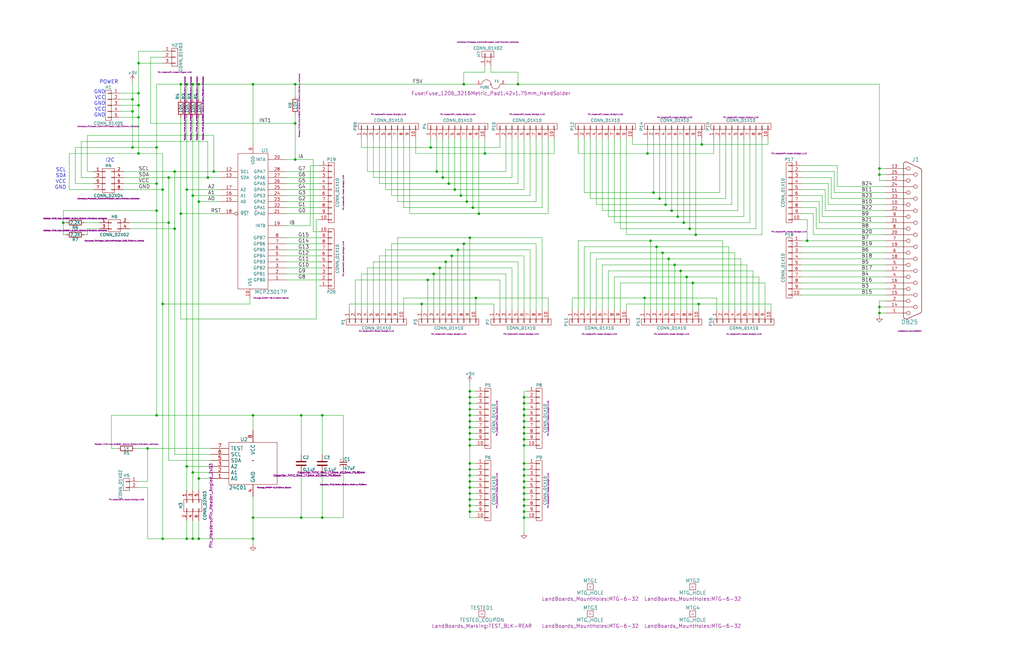
<source format=kicad_sch>
(kicad_sch (version 20211123) (generator eeschema)
  (paper "B")
  (title_block (title "16-CHANNEL DIGITAL I/O (PROTO16-I2C)") (date "2022-06-02") (rev "3") (company "land-boards.com"))
  (junction (at 198.12 187.96))
  (junction (at 135.89 175.26))
  (junction (at 195.58 35.56))
  (junction (at 273.05 64.77))
  (junction (at 198.12 167.64))
  (junction (at 181.61 62.23))
  (junction (at 198.12 185.42))
  (junction (at 106.68 218.44))
  (junction (at 198.12 177.8))
  (junction (at 58.42 64.77))
  (junction (at 55.88 41.91))
  (junction (at 198.12 182.88))
  (junction (at 73.66 72.39))
  (junction (at 78.74 35.56))
  (junction (at 275.59 81.28))
  (junction (at 180.34 118.11))
  (junction (at 220.98 203.2))
  (junction (at 279.4 106.68))
  (junction (at 278.13 83.82))
  (junction (at 198.12 200.66))
  (junction (at 83.82 35.56))
  (junction (at 220.98 175.26))
  (junction (at 189.23 77.47))
  (junction (at 81.28 35.56))
  (junction (at 55.88 46.99))
  (junction (at 220.98 200.66))
  (junction (at 68.58 227.33))
  (junction (at 220.98 205.74))
  (junction (at 58.42 39.37))
  (junction (at 220.98 185.42))
  (junction (at 198.12 205.74))
  (junction (at 62.23 189.23))
  (junction (at 220.98 167.64))
  (junction (at 78.74 80.01))
  (junction (at 370.84 73.66))
  (junction (at 184.15 72.39))
  (junction (at 274.32 101.6))
  (junction (at 68.58 80.01))
  (junction (at 220.98 180.34))
  (junction (at 220.98 172.72))
  (junction (at 200.66 125.73))
  (junction (at 185.42 113.03))
  (junction (at 220.98 210.82))
  (junction (at 83.82 227.33))
  (junction (at 220.98 218.44))
  (junction (at 66.04 175.26))
  (junction (at 218.44 35.56))
  (junction (at 195.58 102.87))
  (junction (at 198.12 172.72))
  (junction (at 196.85 85.09))
  (junction (at 191.77 80.01))
  (junction (at 198.12 175.26))
  (junction (at 220.98 215.9))
  (junction (at 81.28 227.33))
  (junction (at 106.68 175.26))
  (junction (at 106.68 227.33))
  (junction (at 81.28 82.55))
  (junction (at 124.46 52.07))
  (junction (at 204.47 64.77))
  (junction (at 190.5 107.95))
  (junction (at 177.8 128.27))
  (junction (at 293.37 99.06))
  (junction (at 294.64 128.27))
  (junction (at 295.91 60.96))
  (junction (at 73.66 96.52))
  (junction (at 220.98 170.18))
  (junction (at 187.96 110.49))
  (junction (at 106.68 35.56))
  (junction (at 370.84 132.08))
  (junction (at 58.42 44.45))
  (junction (at 66.04 62.23))
  (junction (at 288.29 93.98))
  (junction (at 71.12 93.98))
  (junction (at 220.98 213.36))
  (junction (at 71.12 74.93))
  (junction (at 76.2 90.17))
  (junction (at 198.12 170.18))
  (junction (at 198.12 215.9))
  (junction (at 76.2 35.56))
  (junction (at 66.04 77.47))
  (junction (at 290.83 96.52))
  (junction (at 182.88 115.57))
  (junction (at 198.12 100.33))
  (junction (at 58.42 49.53))
  (junction (at 281.94 109.22))
  (junction (at 276.86 104.14))
  (junction (at 289.56 116.84))
  (junction (at 280.67 86.36))
  (junction (at 78.74 196.85))
  (junction (at 283.21 88.9))
  (junction (at 90.17 72.39))
  (junction (at 193.04 105.41))
  (junction (at 201.93 90.17))
  (junction (at 198.12 195.58))
  (junction (at 220.98 182.88))
  (junction (at 78.74 227.33))
  (junction (at 220.98 177.8))
  (junction (at 198.12 210.82))
  (junction (at 55.88 62.23))
  (junction (at 135.89 218.44))
  (junction (at 370.84 71.12))
  (junction (at 127 175.26))
  (junction (at 285.75 91.44))
  (junction (at 370.84 129.54))
  (junction (at 194.31 82.55))
  (junction (at 287.02 114.3))
  (junction (at 198.12 165.1))
  (junction (at 66.04 88.9))
  (junction (at 220.98 198.12))
  (junction (at 220.98 187.96))
  (junction (at 198.12 213.36))
  (junction (at 271.78 125.73))
  (junction (at 83.82 201.93))
  (junction (at 26.67 93.98))
  (junction (at 340.36 101.6))
  (junction (at 198.12 180.34))
  (junction (at 87.63 74.93))
  (junction (at 83.82 85.09))
  (junction (at 127 218.44))
  (junction (at 68.58 128.27))
  (junction (at 284.48 111.76))
  (junction (at 220.98 195.58))
  (junction (at 220.98 208.28))
  (junction (at 292.1 119.38))
  (junction (at 199.39 87.63))
  (junction (at 198.12 203.2))
  (junction (at 198.12 198.12))
  (junction (at 124.46 67.31))
  (junction (at 186.69 74.93))
  (junction (at 124.46 35.56))
  (junction (at 81.28 199.39))
  (junction (at 198.12 208.28))
  (junction (at 58.42 26.67))
  (wire (pts (xy 167.64 58.42) (xy 167.64 85.09)))
  (wire (pts (xy 36.83 57.15) (xy 90.17 57.15)))
  (wire (pts (xy 81.28 227.33) (xy 81.28 219.71)))
  (wire (pts (xy 120.65 67.31) (xy 124.46 67.31)))
  (wire (pts (xy 228.6 87.63) (xy 228.6 58.42)))
  (wire (pts (xy 220.98 213.36) (xy 220.98 215.9)))
  (wire (pts (xy 241.3 125.73) (xy 271.78 125.73)))
  (wire (pts (xy 58.42 44.45) (xy 58.42 49.53)))
  (wire (pts (xy 210.82 62.23) (xy 210.82 58.42)))
  (wire (pts (xy 130.81 69.85) (xy 134.62 69.85)))
  (wire (pts (xy 259.08 116.84) (xy 259.08 130.81)))
  (wire (pts (xy 340.36 101.6) (xy 373.38 101.6)))
  (wire (pts (xy 160.02 58.42) (xy 160.02 77.47)))
  (wire (pts (xy 280.67 86.36) (xy 308.61 86.36)))
  (wire (pts (xy 340.36 101.6) (xy 340.36 92.71)))
  (wire (pts (xy 83.82 35.56) (xy 106.68 35.56)))
  (wire (pts (xy 76.2 49.53) (xy 76.2 90.17)))
  (wire (pts (xy 304.8 101.6) (xy 304.8 130.81)))
  (wire (pts (xy 36.83 96.52) (xy 36.83 99.06)))
  (wire (pts (xy 281.94 130.81) (xy 281.94 109.22)))
  (wire (pts (xy 293.37 99.06) (xy 321.31 99.06)))
  (wire (pts (xy 198.12 172.72) (xy 198.12 175.26)))
  (wire (pts (xy 120.65 90.17) (xy 134.62 90.17)))
  (wire (pts (xy 347.98 88.9) (xy 347.98 80.01)))
  (wire (pts (xy 226.06 102.87) (xy 226.06 130.81)))
  (wire (pts (xy 373.38 124.46) (xy 337.82 124.46)))
  (wire (pts (xy 133.35 92.71) (xy 133.35 134.62)))
  (wire (pts (xy 191.77 58.42) (xy 191.77 80.01)))
  (wire (pts (xy 120.65 118.11) (xy 134.62 118.11)))
  (wire (pts (xy 36.83 99.06) (xy 35.56 99.06)))
  (wire (pts (xy 220.98 165.1) (xy 222.25 165.1)))
  (wire (pts (xy 223.52 105.41) (xy 223.52 130.81)))
  (wire (pts (xy 199.39 58.42) (xy 199.39 87.63)))
  (wire (pts (xy 207.01 27.94) (xy 207.01 30.48)))
  (wire (pts (xy 207.01 30.48) (xy 218.44 30.48)))
  (wire (pts (xy 256.54 91.44) (xy 285.75 91.44)))
  (wire (pts (xy 248.92 83.82) (xy 278.13 83.82)))
  (wire (pts (xy 106.68 35.56) (xy 106.68 60.96)))
  (wire (pts (xy 198.12 185.42) (xy 198.12 187.96)))
  (wire (pts (xy 200.66 185.42) (xy 198.12 185.42)))
  (wire (pts (xy 194.31 82.55) (xy 223.52 82.55)))
  (wire (pts (xy 134.62 92.71) (xy 133.35 92.71)))
  (wire (pts (xy 254 111.76) (xy 254 130.81)))
  (wire (pts (xy 35.56 93.98) (xy 41.91 93.98)))
  (wire (pts (xy 200.66 213.36) (xy 198.12 213.36)))
  (wire (pts (xy 120.65 77.47) (xy 134.62 77.47)))
  (wire (pts (xy 162.56 58.42) (xy 162.56 80.01)))
  (wire (pts (xy 83.82 85.09) (xy 92.71 85.09)))
  (wire (pts (xy 132.08 97.79) (xy 134.62 97.79)))
  (wire (pts (xy 254 111.76) (xy 284.48 111.76)))
  (wire (pts (xy 198.12 208.28) (xy 198.12 210.82)))
  (wire (pts (xy 29.21 80.01) (xy 39.37 80.01)))
  (wire (pts (xy 124.46 35.56) (xy 124.46 40.64)))
  (wire (pts (xy 373.38 127) (xy 370.84 127)))
  (wire (pts (xy 154.94 72.39) (xy 184.15 72.39)))
  (wire (pts (xy 373.38 106.68) (xy 337.82 106.68)))
  (wire (pts (xy 90.17 57.15) (xy 90.17 72.39)))
  (wire (pts (xy 218.44 77.47) (xy 218.44 58.42)))
  (wire (pts (xy 135.89 218.44) (xy 144.78 218.44)))
  (wire (pts (xy 198.12 205.74) (xy 198.12 208.28)))
  (wire (pts (xy 259.08 116.84) (xy 289.56 116.84)))
  (wire (pts (xy 220.98 172.72) (xy 220.98 175.26)))
  (wire (pts (xy 347.98 80.01) (xy 337.82 80.01)))
  (wire (pts (xy 213.36 35.56) (xy 218.44 35.56)))
  (wire (pts (xy 276.86 130.81) (xy 276.86 104.14)))
  (wire (pts (xy 200.66 175.26) (xy 198.12 175.26)))
  (wire (pts (xy 135.89 175.26) (xy 144.78 175.26)))
  (wire (pts (xy 222.25 187.96) (xy 220.98 187.96)))
  (wire (pts (xy 204.47 30.48) (xy 195.58 30.48)))
  (wire (pts (xy 220.98 180.34) (xy 222.25 180.34)))
  (wire (pts (xy 318.77 96.52) (xy 318.77 58.42)))
  (wire (pts (xy 105.41 125.73) (xy 105.41 128.27)))
  (wire (pts (xy 292.1 130.81) (xy 292.1 119.38)))
  (wire (pts (xy 55.88 62.23) (xy 66.04 62.23)))
  (wire (pts (xy 198.12 198.12) (xy 198.12 200.66)))
  (wire (pts (xy 213.36 115.57) (xy 213.36 130.81)))
  (wire (pts (xy 198.12 218.44) (xy 200.66 218.44)))
  (wire (pts (xy 271.78 125.73) (xy 302.26 125.73)))
  (wire (pts (xy 220.98 165.1) (xy 220.98 167.64)))
  (wire (pts (xy 120.65 102.87) (xy 134.62 102.87)))
  (wire (pts (xy 196.85 85.09) (xy 226.06 85.09)))
  (wire (pts (xy 220.98 170.18) (xy 220.98 172.72)))
  (wire (pts (xy 186.69 58.42) (xy 186.69 74.93)))
  (wire (pts (xy 342.9 99.06) (xy 342.9 90.17)))
  (wire (pts (xy 78.74 35.56) (xy 81.28 35.56)))
  (wire (pts (xy 303.53 81.28) (xy 303.53 58.42)))
  (wire (pts (xy 127 175.26) (xy 135.89 175.26)))
  (wire (pts (xy 200.66 203.2) (xy 198.12 203.2)))
  (wire (pts (xy 370.84 35.56) (xy 370.84 71.12)))
  (wire (pts (xy 154.94 72.39) (xy 154.94 58.42)))
  (wire (pts (xy 195.58 102.87) (xy 226.06 102.87)))
  (wire (pts (xy 200.66 208.28) (xy 198.12 208.28)))
  (wire (pts (xy 220.98 177.8) (xy 220.98 180.34)))
  (wire (pts (xy 261.62 119.38) (xy 292.1 119.38)))
  (wire (pts (xy 165.1 102.87) (xy 195.58 102.87)))
  (wire (pts (xy 26.67 93.98) (xy 26.67 99.06)))
  (wire (pts (xy 157.48 110.49) (xy 187.96 110.49)))
  (wire (pts (xy 373.38 93.98) (xy 345.44 93.98)))
  (wire (pts (xy 340.36 92.71) (xy 337.82 92.71)))
  (wire (pts (xy 201.93 58.42) (xy 201.93 90.17)))
  (wire (pts (xy 373.38 88.9) (xy 347.98 88.9)))
  (wire (pts (xy 278.13 83.82) (xy 306.07 83.82)))
  (wire (pts (xy 58.42 39.37) (xy 58.42 44.45)))
  (wire (pts (xy 370.84 132.08) (xy 370.84 133.35)))
  (wire (pts (xy 373.38 86.36) (xy 349.25 86.36)))
  (wire (pts (xy 78.74 227.33) (xy 78.74 219.71)))
  (wire (pts (xy 220.98 218.44) (xy 220.98 224.79)))
  (wire (pts (xy 200.66 167.64) (xy 198.12 167.64)))
  (wire (pts (xy 220.98 185.42) (xy 220.98 187.96)))
  (wire (pts (xy 288.29 58.42) (xy 288.29 93.98)))
  (wire (pts (xy 68.58 227.33) (xy 78.74 227.33)))
  (wire (pts (xy 200.66 182.88) (xy 198.12 182.88)))
  (wire (pts (xy 337.82 116.84) (xy 373.38 116.84)))
  (wire (pts (xy 200.66 195.58) (xy 198.12 195.58)))
  (wire (pts (xy 196.85 58.42) (xy 196.85 85.09)))
  (wire (pts (xy 337.82 114.3) (xy 373.38 114.3)))
  (wire (pts (xy 370.84 73.66) (xy 373.38 73.66)))
  (wire (pts (xy 149.86 118.11) (xy 180.34 118.11)))
  (wire (pts (xy 124.46 35.56) (xy 195.58 35.56)))
  (wire (pts (xy 187.96 110.49) (xy 218.44 110.49)))
  (wire (pts (xy 68.58 26.67) (xy 58.42 26.67)))
  (wire (pts (xy 215.9 74.93) (xy 215.9 58.42)))
  (wire (pts (xy 135.89 218.44) (xy 135.89 199.39)))
  (wire (pts (xy 172.72 90.17) (xy 201.93 90.17)))
  (wire (pts (xy 27.94 93.98) (xy 26.67 93.98)))
  (wire (pts (xy 66.04 175.26) (xy 106.68 175.26)))
  (wire (pts (xy 157.48 74.93) (xy 186.69 74.93)))
  (wire (pts (xy 266.7 60.96) (xy 266.7 58.42)))
  (wire (pts (xy 316.23 93.98) (xy 316.23 58.42)))
  (wire (pts (xy 68.58 80.01) (xy 68.58 128.27)))
  (wire (pts (xy 124.46 67.31) (xy 132.08 67.31)))
  (wire (pts (xy 63.5 52.07) (xy 63.5 24.13)))
  (wire (pts (xy 120.65 113.03) (xy 134.62 113.03)))
  (wire (pts (xy 58.42 21.59) (xy 58.42 26.67)))
  (wire (pts (xy 58.42 64.77) (xy 68.58 64.77)))
  (wire (pts (xy 190.5 107.95) (xy 220.98 107.95)))
  (wire (pts (xy 124.46 52.07) (xy 124.46 67.31)))
  (wire (pts (xy 264.16 128.27) (xy 294.64 128.27)))
  (wire (pts (xy 220.98 175.26) (xy 220.98 177.8)))
  (wire (pts (xy 220.98 175.26) (xy 222.25 175.26)))
  (wire (pts (xy 220.98 170.18) (xy 222.25 170.18)))
  (wire (pts (xy 34.29 59.69) (xy 87.63 59.69)))
  (wire (pts (xy 36.83 57.15) (xy 36.83 72.39)))
  (wire (pts (xy 222.25 182.88) (xy 220.98 182.88)))
  (wire (pts (xy 54.61 96.52) (xy 73.66 96.52)))
  (wire (pts (xy 29.21 64.77) (xy 58.42 64.77)))
  (wire (pts (xy 73.66 191.77) (xy 88.9 191.77)))
  (wire (pts (xy 275.59 58.42) (xy 275.59 81.28)))
  (wire (pts (xy 62.23 205.74) (xy 62.23 227.33)))
  (wire (pts (xy 149.86 130.81) (xy 149.86 118.11)))
  (wire (pts (xy 289.56 116.84) (xy 320.04 116.84)))
  (wire (pts (xy 248.92 106.68) (xy 248.92 130.81)))
  (wire (pts (xy 220.98 198.12) (xy 220.98 200.66)))
  (wire (pts (xy 78.74 41.91) (xy 78.74 35.56)))
  (wire (pts (xy 78.74 196.85) (xy 78.74 207.01)))
  (wire (pts (xy 306.07 83.82) (xy 306.07 58.42)))
  (wire (pts (xy 144.78 218.44) (xy 144.78 198.12)))
  (wire (pts (xy 312.42 109.22) (xy 312.42 130.81)))
  (wire (pts (xy 220.98 203.2) (xy 222.25 203.2)))
  (wire (pts (xy 220.98 185.42) (xy 222.25 185.42)))
  (wire (pts (xy 254 88.9) (xy 283.21 88.9)))
  (wire (pts (xy 254 88.9) (xy 254 58.42)))
  (wire (pts (xy 251.46 86.36) (xy 280.67 86.36)))
  (wire (pts (xy 187.96 130.81) (xy 187.96 110.49)))
  (wire (pts (xy 198.12 203.2) (xy 198.12 205.74)))
  (wire (pts (xy 292.1 119.38) (xy 322.58 119.38)))
  (wire (pts (xy 31.75 62.23) (xy 31.75 77.47)))
  (wire (pts (xy 370.84 73.66) (xy 370.84 76.2)))
  (wire (pts (xy 180.34 118.11) (xy 210.82 118.11)))
  (wire (pts (xy 288.29 93.98) (xy 316.23 93.98)))
  (wire (pts (xy 170.18 58.42) (xy 170.18 87.63)))
  (wire (pts (xy 373.38 83.82) (xy 350.52 83.82)))
  (wire (pts (xy 373.38 121.92) (xy 337.82 121.92)))
  (wire (pts (xy 220.98 195.58) (xy 222.25 195.58)))
  (wire (pts (xy 337.82 119.38) (xy 373.38 119.38)))
  (wire (pts (xy 133.35 134.62) (xy 76.2 134.62)))
  (wire (pts (xy 58.42 26.67) (xy 58.42 39.37)))
  (wire (pts (xy 66.04 77.47) (xy 66.04 88.9)))
  (wire (pts (xy 264.16 99.06) (xy 293.37 99.06)))
  (wire (pts (xy 256.54 91.44) (xy 256.54 58.42)))
  (wire (pts (xy 87.63 59.69) (xy 87.63 74.93)))
  (wire (pts (xy 246.38 104.14) (xy 276.86 104.14)))
  (wire (pts (xy 273.05 64.77) (xy 300.99 64.77)))
  (wire (pts (xy 81.28 49.53) (xy 81.28 82.55)))
  (wire (pts (xy 218.44 110.49) (xy 218.44 130.81)))
  (wire (pts (xy 200.66 205.74) (xy 198.12 205.74)))
  (wire (pts (xy 180.34 130.81) (xy 180.34 118.11)))
  (wire (pts (xy 271.78 130.81) (xy 271.78 125.73)))
  (wire (pts (xy 147.32 128.27) (xy 177.8 128.27)))
  (wire (pts (xy 261.62 96.52) (xy 290.83 96.52)))
  (wire (pts (xy 308.61 86.36) (xy 308.61 58.42)))
  (wire (pts (xy 290.83 58.42) (xy 290.83 96.52)))
  (wire (pts (xy 190.5 130.81) (xy 190.5 107.95)))
  (wire (pts (xy 52.07 72.39) (xy 73.66 72.39)))
  (wire (pts (xy 165.1 82.55) (xy 194.31 82.55)))
  (wire (pts (xy 289.56 130.81) (xy 289.56 116.84)))
  (wire (pts (xy 162.56 130.81) (xy 162.56 105.41)))
  (wire (pts (xy 71.12 194.31) (xy 88.9 194.31)))
  (wire (pts (xy 106.68 218.44) (xy 106.68 227.33)))
  (wire (pts (xy 345.44 93.98) (xy 345.44 85.09)))
  (wire (pts (xy 344.17 96.52) (xy 344.17 87.63)))
  (wire (pts (xy 243.84 58.42) (xy 243.84 64.77)))
  (wire (pts (xy 81.28 35.56) (xy 83.82 35.56)))
  (wire (pts (xy 198.12 165.1) (xy 198.12 167.64)))
  (wire (pts (xy 34.29 74.93) (xy 39.37 74.93)))
  (wire (pts (xy 256.54 114.3) (xy 287.02 114.3)))
  (wire (pts (xy 87.63 74.93) (xy 92.71 74.93)))
  (wire (pts (xy 152.4 115.57) (xy 182.88 115.57)))
  (wire (pts (xy 309.88 106.68) (xy 309.88 130.81)))
  (wire (pts (xy 167.64 100.33) (xy 198.12 100.33)))
  (wire (pts (xy 152.4 58.42) (xy 152.4 62.23)))
  (wire (pts (xy 226.06 85.09) (xy 226.06 58.42)))
  (wire (pts (xy 200.66 187.96) (xy 198.12 187.96)))
  (wire (pts (xy 36.83 72.39) (xy 39.37 72.39)))
  (wire (pts (xy 201.93 90.17) (xy 231.14 90.17)))
  (wire (pts (xy 73.66 72.39) (xy 90.17 72.39)))
  (wire (pts (xy 83.82 201.93) (xy 83.82 207.01)))
  (wire (pts (xy 83.82 85.09) (xy 83.82 201.93)))
  (wire (pts (xy 198.12 182.88) (xy 198.12 185.42)))
  (wire (pts (xy 200.66 180.34) (xy 198.12 180.34)))
  (wire (pts (xy 370.84 129.54) (xy 370.84 132.08)))
  (wire (pts (xy 195.58 35.56) (xy 200.66 35.56)))
  (wire (pts (xy 200.66 200.66) (xy 198.12 200.66)))
  (wire (pts (xy 337.82 109.22) (xy 373.38 109.22)))
  (wire (pts (xy 120.65 82.55) (xy 134.62 82.55)))
  (wire (pts (xy 241.3 125.73) (xy 241.3 130.81)))
  (wire (pts (xy 167.64 85.09) (xy 196.85 85.09)))
  (wire (pts (xy 222.25 177.8) (xy 220.98 177.8)))
  (wire (pts (xy 62.23 189.23) (xy 88.9 189.23)))
  (wire (pts (xy 198.12 170.18) (xy 198.12 172.72)))
  (wire (pts (xy 246.38 81.28) (xy 275.59 81.28)))
  (wire (pts (xy 198.12 200.66) (xy 198.12 203.2)))
  (wire (pts (xy 243.84 64.77) (xy 273.05 64.77)))
  (wire (pts (xy 172.72 58.42) (xy 172.72 90.17)))
  (wire (pts (xy 370.84 71.12) (xy 370.84 73.66)))
  (wire (pts (xy 280.67 58.42) (xy 280.67 86.36)))
  (wire (pts (xy 248.92 83.82) (xy 248.92 58.42)))
  (wire (pts (xy 246.38 130.81) (xy 246.38 104.14)))
  (wire (pts (xy 337.82 101.6) (xy 340.36 101.6)))
  (wire (pts (xy 120.65 107.95) (xy 134.62 107.95)))
  (wire (pts (xy 76.2 41.91) (xy 76.2 35.56)))
  (wire (pts (xy 181.61 62.23) (xy 181.61 58.42)))
  (wire (pts (xy 204.47 64.77) (xy 204.47 58.42)))
  (wire (pts (xy 373.38 91.44) (xy 346.71 91.44)))
  (wire (pts (xy 220.98 107.95) (xy 220.98 130.81)))
  (wire (pts (xy 231.14 90.17) (xy 231.14 58.42)))
  (wire (pts (xy 81.28 82.55) (xy 81.28 199.39)))
  (wire (pts (xy 373.38 96.52) (xy 344.17 96.52)))
  (wire (pts (xy 83.82 227.33) (xy 106.68 227.33)))
  (wire (pts (xy 373.38 81.28) (xy 351.79 81.28)))
  (wire (pts (xy 189.23 77.47) (xy 218.44 77.47)))
  (wire (pts (xy 220.98 80.01) (xy 220.98 58.42)))
  (wire (pts (xy 220.98 195.58) (xy 220.98 198.12)))
  (wire (pts (xy 76.2 90.17) (xy 76.2 134.62)))
  (wire (pts (xy 195.58 30.48) (xy 195.58 35.56)))
  (wire (pts (xy 182.88 115.57) (xy 213.36 115.57)))
  (wire (pts (xy 284.48 130.81) (xy 284.48 111.76)))
  (wire (pts (xy 120.65 100.33) (xy 134.62 100.33)))
  (wire (pts (xy 165.1 130.81) (xy 165.1 102.87)))
  (wire (pts (xy 337.82 104.14) (xy 373.38 104.14)))
  (wire (pts (xy 218.44 35.56) (xy 370.84 35.56)))
  (wire (pts (xy 220.98 208.28) (xy 220.98 210.82)))
  (wire (pts (xy 349.25 77.47) (xy 337.82 77.47)))
  (wire (pts (xy 57.15 189.23) (xy 62.23 189.23)))
  (wire (pts (xy 264.16 128.27) (xy 264.16 130.81)))
  (wire (pts (xy 66.04 62.23) (xy 66.04 77.47)))
  (wire (pts (xy 222.25 213.36) (xy 220.98 213.36)))
  (wire (pts (xy 373.38 132.08) (xy 370.84 132.08)))
  (wire (pts (xy 78.74 227.33) (xy 81.28 227.33)))
  (wire (pts (xy 346.71 91.44) (xy 346.71 82.55)))
  (wire (pts (xy 189.23 58.42) (xy 189.23 77.47)))
  (wire (pts (xy 251.46 109.22) (xy 281.94 109.22)))
  (wire (pts (xy 349.25 86.36) (xy 349.25 77.47)))
  (wire (pts (xy 78.74 80.01) (xy 78.74 196.85)))
  (wire (pts (xy 264.16 99.06) (xy 264.16 58.42)))
  (wire (pts (xy 185.42 130.81) (xy 185.42 113.03)))
  (wire (pts (xy 54.61 93.98) (xy 71.12 93.98)))
  (wire (pts (xy 170.18 125.73) (xy 200.66 125.73)))
  (wire (pts (xy 231.14 125.73) (xy 231.14 130.81)))
  (wire (pts (xy 78.74 49.53) (xy 78.74 80.01)))
  (wire (pts (xy 322.58 119.38) (xy 322.58 130.81)))
  (wire (pts (xy 106.68 175.26) (xy 106.68 181.61)))
  (wire (pts (xy 274.32 130.81) (xy 274.32 101.6)))
  (wire (pts (xy 120.65 74.93) (xy 134.62 74.93)))
  (wire (pts (xy 152.4 130.81) (xy 152.4 115.57)))
  (wire (pts (xy 58.42 205.74) (xy 62.23 205.74)))
  (wire (pts (xy 220.98 180.34) (xy 220.98 182.88)))
  (wire (pts (xy 220.98 200.66) (xy 220.98 203.2)))
  (wire (pts (xy 182.88 130.81) (xy 182.88 115.57)))
  (wire (pts (xy 120.65 85.09) (xy 134.62 85.09)))
  (wire (pts (xy 198.12 187.96) (xy 198.12 195.58)))
  (wire (pts (xy 321.31 99.06) (xy 321.31 58.42)))
  (wire (pts (xy 283.21 58.42) (xy 283.21 88.9)))
  (wire (pts (xy 222.25 210.82) (xy 220.98 210.82)))
  (wire (pts (xy 157.48 58.42) (xy 157.48 74.93)))
  (wire (pts (xy 147.32 128.27) (xy 147.32 130.81)))
  (wire (pts (xy 198.12 215.9) (xy 200.66 215.9)))
  (wire (pts (xy 346.71 82.55) (xy 337.82 82.55)))
  (wire (pts (xy 185.42 113.03) (xy 215.9 113.03)))
  (wire (pts (xy 353.06 78.74) (xy 373.38 78.74)))
  (wire (pts (xy 62.23 189.23) (xy 62.23 203.2)))
  (wire (pts (xy 50.8 44.45) (xy 58.42 44.45)))
  (wire (pts (xy 66.04 35.56) (xy 76.2 35.56)))
  (wire (pts (xy 55.88 46.99) (xy 50.8 46.99)))
  (wire (pts (xy 26.67 88.9) (xy 26.67 93.98)))
  (wire (pts (xy 31.75 77.47) (xy 39.37 77.47)))
  (wire (pts (xy 222.25 200.66) (xy 220.98 200.66)))
  (wire (pts (xy 68.58 128.27) (xy 68.58 227.33)))
  (wire (pts (xy 276.86 104.14) (xy 307.34 104.14)))
  (wire (pts (xy 66.04 35.56) (xy 66.04 62.23)))
  (wire (pts (xy 300.99 64.77) (xy 300.99 58.42)))
  (wire (pts (xy 49.53 189.23) (xy 46.99 189.23)))
  (wire (pts (xy 134.62 72.39) (xy 120.65 72.39)))
  (wire (pts (xy 55.88 41.91) (xy 55.88 46.99)))
  (wire (pts (xy 127 218.44) (xy 135.89 218.44)))
  (wire (pts (xy 76.2 35.56) (xy 78.74 35.56)))
  (wire (pts (xy 287.02 130.81) (xy 287.02 114.3)))
  (wire (pts (xy 55.88 46.99) (xy 55.88 62.23)))
  (wire (pts (xy 317.5 114.3) (xy 317.5 130.81)))
  (wire (pts (xy 170.18 87.63) (xy 199.39 87.63)))
  (wire (pts (xy 71.12 93.98) (xy 71.12 194.31)))
  (wire (pts (xy 198.12 213.36) (xy 198.12 215.9)))
  (wire (pts (xy 323.85 60.96) (xy 323.85 58.42)))
  (wire (pts (xy 71.12 74.93) (xy 87.63 74.93)))
  (wire (pts (xy 287.02 114.3) (xy 317.5 114.3)))
  (wire (pts (xy 248.92 106.68) (xy 279.4 106.68)))
  (wire (pts (xy 293.37 58.42) (xy 293.37 99.06)))
  (wire (pts (xy 200.66 210.82) (xy 198.12 210.82)))
  (wire (pts (xy 198.12 167.64) (xy 198.12 170.18)))
  (wire (pts (xy 120.65 80.01) (xy 134.62 80.01)))
  (wire (pts (xy 279.4 106.68) (xy 309.88 106.68)))
  (wire (pts (xy 284.48 111.76) (xy 314.96 111.76)))
  (wire (pts (xy 120.65 87.63) (xy 134.62 87.63)))
  (wire (pts (xy 228.6 100.33) (xy 228.6 130.81)))
  (wire (pts (xy 342.9 90.17) (xy 337.82 90.17)))
  (wire (pts (xy 106.68 218.44) (xy 127 218.44)))
  (wire (pts (xy 307.34 104.14) (xy 307.34 130.81)))
  (wire (pts (xy 167.64 130.81) (xy 167.64 100.33)))
  (wire (pts (xy 152.4 62.23) (xy 181.61 62.23)))
  (wire (pts (xy 31.75 62.23) (xy 55.88 62.23)))
  (wire (pts (xy 105.41 128.27) (xy 68.58 128.27)))
  (wire (pts (xy 81.28 227.33) (xy 83.82 227.33)))
  (wire (pts (xy 165.1 58.42) (xy 165.1 82.55)))
  (wire (pts (xy 120.65 105.41) (xy 134.62 105.41)))
  (wire (pts (xy 220.98 205.74) (xy 220.98 208.28)))
  (wire (pts (xy 68.58 64.77) (xy 68.58 80.01)))
  (wire (pts (xy 55.88 34.29) (xy 55.88 41.91)))
  (wire (pts (xy 350.52 74.93) (xy 337.82 74.93)))
  (wire (pts (xy 41.91 96.52) (xy 36.83 96.52)))
  (wire (pts (xy 106.68 175.26) (xy 127 175.26)))
  (wire (pts (xy 62.23 227.33) (xy 68.58 227.33)))
  (wire (pts (xy 120.65 95.25) (xy 130.81 95.25)))
  (wire (pts (xy 222.25 218.44) (xy 220.98 218.44)))
  (wire (pts (xy 177.8 128.27) (xy 208.28 128.27)))
  (wire (pts (xy 198.12 195.58) (xy 198.12 198.12)))
  (wire (pts (xy 191.77 80.01) (xy 220.98 80.01)))
  (wire (pts (xy 135.89 175.26) (xy 135.89 191.77)))
  (wire (pts (xy 200.66 125.73) (xy 231.14 125.73)))
  (wire (pts (xy 52.07 80.01) (xy 68.58 80.01)))
  (wire (pts (xy 261.62 119.38) (xy 261.62 130.81)))
  (wire (pts (xy 83.82 219.71) (xy 83.82 227.33)))
  (wire (pts (xy 193.04 130.81) (xy 193.04 105.41)))
  (wire (pts (xy 106.68 35.56) (xy 124.46 35.56)))
  (wire (pts (xy 373.38 129.54) (xy 370.84 129.54)))
  (wire (pts (xy 278.13 58.42) (xy 278.13 83.82)))
  (wire (pts (xy 373.38 111.76) (xy 337.82 111.76)))
  (wire (pts (xy 198.12 215.9) (xy 198.12 218.44)))
  (wire (pts (xy 63.5 52.07) (xy 124.46 52.07)))
  (wire (pts (xy 200.66 177.8) (xy 198.12 177.8)))
  (wire (pts (xy 73.66 96.52) (xy 73.66 191.77)))
  (wire (pts (xy 259.08 93.98) (xy 259.08 58.42)))
  (wire (pts (xy 144.78 175.26) (xy 144.78 193.04)))
  (wire (pts (xy 351.79 72.39) (xy 337.82 72.39)))
  (wire (pts (xy 353.06 69.85) (xy 353.06 78.74)))
  (wire (pts (xy 132.08 67.31) (xy 132.08 97.79)))
  (wire (pts (xy 83.82 49.53) (xy 83.82 85.09)))
  (wire (pts (xy 290.83 96.52) (xy 318.77 96.52)))
  (wire (pts (xy 127 199.39) (xy 127 218.44)))
  (wire (pts (xy 311.15 88.9) (xy 311.15 58.42)))
  (wire (pts (xy 281.94 109.22) (xy 312.42 109.22)))
  (wire (pts (xy 184.15 72.39) (xy 184.15 58.42)))
  (wire (pts (xy 88.9 196.85) (xy 78.74 196.85)))
  (wire (pts (xy 243.84 101.6) (xy 243.84 130.81)))
  (wire (pts (xy 34.29 59.69) (xy 34.29 74.93)))
  (wire (pts (xy 63.5 24.13) (xy 68.58 24.13)))
  (wire (pts (xy 200.66 165.1) (xy 198.12 165.1)))
  (wire (pts (xy 162.56 80.01) (xy 191.77 80.01)))
  (wire (pts (xy 215.9 113.03) (xy 215.9 130.81)))
  (wire (pts (xy 154.94 130.81) (xy 154.94 113.03)))
  (wire (pts (xy 350.52 83.82) (xy 350.52 74.93)))
  (wire (pts (xy 62.23 203.2) (xy 58.42 203.2)))
  (wire (pts (xy 76.2 90.17) (xy 92.71 90.17)))
  (wire (pts (xy 220.98 182.88) (xy 220.98 185.42)))
  (wire (pts (xy 274.32 101.6) (xy 304.8 101.6)))
  (wire (pts (xy 154.94 113.03) (xy 185.42 113.03)))
  (wire (pts (xy 50.8 39.37) (xy 58.42 39.37)))
  (wire (pts (xy 162.56 105.41) (xy 193.04 105.41)))
  (wire (pts (xy 259.08 93.98) (xy 288.29 93.98)))
  (wire (pts (xy 58.42 49.53) (xy 50.8 49.53)))
  (wire (pts (xy 295.91 58.42) (xy 295.91 60.96)))
  (wire (pts (xy 195.58 130.81) (xy 195.58 102.87)))
  (wire (pts (xy 208.28 128.27) (xy 208.28 130.81)))
  (wire (pts (xy 88.9 199.39) (xy 81.28 199.39)))
  (wire (pts (xy 160.02 77.47) (xy 189.23 77.47)))
  (wire (pts (xy 157.48 130.81) (xy 157.48 110.49)))
  (wire (pts (xy 71.12 74.93) (xy 71.12 93.98)))
  (wire (pts (xy 302.26 125.73) (xy 302.26 130.81)))
  (wire (pts (xy 175.26 64.77) (xy 175.26 58.42)))
  (wire (pts (xy 285.75 58.42) (xy 285.75 91.44)))
  (wire (pts (xy 26.67 99.06) (xy 27.94 99.06)))
  (wire (pts (xy 220.98 215.9) (xy 220.98 218.44)))
  (wire (pts (xy 58.42 49.53) (xy 58.42 64.77)))
  (wire (pts (xy 222.25 167.64) (xy 220.98 167.64)))
  (wire (pts (xy 198.12 175.26) (xy 198.12 177.8)))
  (wire (pts (xy 222.25 215.9) (xy 220.98 215.9)))
  (wire (pts (xy 279.4 130.81) (xy 279.4 106.68)))
  (wire (pts (xy 204.47 27.94) (xy 204.47 30.48)))
  (wire (pts (xy 313.69 91.44) (xy 313.69 58.42)))
  (wire (pts (xy 320.04 116.84) (xy 320.04 130.81)))
  (wire (pts (xy 52.07 74.93) (xy 71.12 74.93)))
  (wire (pts (xy 285.75 91.44) (xy 313.69 91.44)))
  (wire (pts (xy 181.61 62.23) (xy 210.82 62.23)))
  (wire (pts (xy 198.12 130.81) (xy 198.12 100.33)))
  (wire (pts (xy 46.99 189.23) (xy 46.99 175.26)))
  (wire (pts (xy 83.82 41.91) (xy 83.82 35.56)))
  (wire (pts (xy 184.15 72.39) (xy 213.36 72.39)))
  (wire (pts (xy 351.79 81.28) (xy 351.79 72.39)))
  (wire (pts (xy 198.12 210.82) (xy 198.12 213.36)))
  (wire (pts (xy 194.31 58.42) (xy 194.31 82.55)))
  (wire (pts (xy 130.81 95.25) (xy 130.81 69.85)))
  (wire (pts (xy 198.12 161.29) (xy 198.12 165.1)))
  (wire (pts (xy 198.12 180.34) (xy 198.12 182.88)))
  (wire (pts (xy 120.65 110.49) (xy 134.62 110.49)))
  (wire (pts (xy 283.21 88.9) (xy 311.15 88.9)))
  (wire (pts (xy 220.98 167.64) (xy 220.98 170.18)))
  (wire (pts (xy 198.12 100.33) (xy 228.6 100.33)))
  (wire (pts (xy 344.17 87.63) (xy 337.82 87.63)))
  (wire (pts (xy 127 175.26) (xy 127 191.77)))
  (wire (pts (xy 222.25 205.74) (xy 220.98 205.74)))
  (wire (pts (xy 295.91 60.96) (xy 323.85 60.96)))
  (wire (pts (xy 222.25 172.72) (xy 220.98 172.72)))
  (wire (pts (xy 204.47 64.77) (xy 233.68 64.77)))
  (wire (pts (xy 200.66 130.81) (xy 200.66 125.73)))
  (wire (pts (xy 170.18 130.81) (xy 170.18 125.73)))
  (wire (pts (xy 251.46 130.81) (xy 251.46 109.22)))
  (wire (pts (xy 199.39 87.63) (xy 228.6 87.63)))
  (wire (pts (xy 124.46 48.26) (xy 124.46 52.07)))
  (wire (pts (xy 83.82 201.93) (xy 88.9 201.93)))
  (wire (pts (xy 92.71 80.01) (xy 78.74 80.01)))
  (wire (pts (xy 29.21 64.77) (xy 29.21 80.01)))
  (wire (pts (xy 220.98 203.2) (xy 220.98 205.74)))
  (wire (pts (xy 273.05 58.42) (xy 273.05 64.77)))
  (wire (pts (xy 353.06 69.85) (xy 337.82 69.85)))
  (wire (pts (xy 177.8 128.27) (xy 177.8 130.81)))
  (wire (pts (xy 66.04 88.9) (xy 66.04 175.26)))
  (wire (pts (xy 198.12 170.18) (xy 200.66 170.18)))
  (wire (pts (xy 66.04 77.47) (xy 52.07 77.47)))
  (wire (pts (xy 373.38 99.06) (xy 342.9 99.06)))
  (wire (pts (xy 73.66 72.39) (xy 73.66 96.52)))
  (wire (pts (xy 198.12 177.8) (xy 198.12 180.34)))
  (wire (pts (xy 218.44 30.48) (xy 218.44 35.56)))
  (wire (pts (xy 266.7 60.96) (xy 295.91 60.96)))
  (wire (pts (xy 50.8 41.91) (xy 55.88 41.91)))
  (wire (pts (xy 275.59 81.28) (xy 303.53 81.28)))
  (wire (pts (xy 251.46 86.36) (xy 251.46 58.42)))
  (wire (pts (xy 223.52 82.55) (xy 223.52 58.42)))
  (wire (pts (xy 81.28 199.39) (xy 81.28 207.01)))
  (wire (pts (xy 210.82 118.11) (xy 210.82 130.81)))
  (wire (pts (xy 314.96 111.76) (xy 314.96 130.81)))
  (wire (pts (xy 68.58 21.59) (xy 58.42 21.59)))
  (wire (pts (xy 246.38 81.28) (xy 246.38 58.42)))
  (wire (pts (xy 325.12 128.27) (xy 325.12 130.81)))
  (wire (pts (xy 175.26 64.77) (xy 204.47 64.77)))
  (wire (pts (xy 294.64 130.81) (xy 294.64 128.27)))
  (wire (pts (xy 90.17 72.39) (xy 92.71 72.39)))
  (wire (pts (xy 233.68 64.77) (xy 233.68 58.42)))
  (wire (pts (xy 160.02 107.95) (xy 190.5 107.95)))
  (wire (pts (xy 370.84 127) (xy 370.84 129.54)))
  (wire (pts (xy 345.44 85.09) (xy 337.82 85.09)))
  (wire (pts (xy 213.36 72.39) (xy 213.36 58.42)))
  (wire (pts (xy 220.98 210.82) (xy 220.98 213.36)))
  (wire (pts (xy 200.66 198.12) (xy 198.12 198.12)))
  (wire (pts (xy 193.04 105.41) (xy 223.52 105.41)))
  (wire (pts (xy 186.69 74.93) (xy 215.9 74.93)))
  (wire (pts (xy 26.67 88.9) (xy 66.04 88.9)))
  (wire (pts (xy 261.62 96.52) (xy 261.62 58.42)))
  (wire (pts (xy 81.28 41.91) (xy 81.28 35.56)))
  (wire (pts (xy 373.38 71.12) (xy 370.84 71.12)))
  (wire (pts (xy 220.98 198.12) (xy 222.25 198.12)))
  (wire (pts (xy 256.54 114.3) (xy 256.54 130.81)))
  (wire (pts (xy 81.28 82.55) (xy 92.71 82.55)))
  (wire (pts (xy 243.84 101.6) (xy 274.32 101.6)))
  (wire (pts (xy 46.99 175.26) (xy 66.04 175.26)))
  (wire (pts (xy 370.84 76.2) (xy 373.38 76.2)))
  (wire (pts (xy 294.64 128.27) (xy 325.12 128.27)))
  (wire (pts (xy 200.66 172.72) (xy 198.12 172.72)))
  (wire (pts (xy 120.65 115.57) (xy 134.62 115.57)))
  (wire (pts (xy 106.68 227.33) (xy 106.68 229.87)))
  (wire (pts (xy 220.98 187.96) (xy 220.98 195.58)))
  (wire (pts (xy 106.68 209.55) (xy 106.68 218.44)))
  (wire (pts (xy 220.98 208.28) (xy 222.25 208.28)))
  (wire (pts (xy 160.02 130.81) (xy 160.02 107.95)))
  (text "SCL\nSDA\nVCC\nGND" (at 27.94 80.01 180) (effects (font (size 1.524 1.524)) (justify right bottom)))
  (text "POWER" (at 41.91 35.56 0) (effects (font (size 1.524 1.524)) (justify left bottom)))
  (text "GND\nVCC\nGND\nVCC\nGND" (at 44.45 49.53 180) (effects (font (size 1.524 1.524)) (justify right bottom)))
  (text "I2C" (at 44.45 68.58 0) (effects (font (size 1.524 1.524)) (justify left bottom)))
  (label "B18" (at 363.22 109.22 0) (effects (font (size 1.524 1.524))))
  (label "G2" (at 125.73 85.09 0) (effects (font (size 1.524 1.524))))
  (label "B6" (at 363.22 106.68 0) (effects (font (size 1.524 1.524))))
  (label "A2" (at 87.63 80.01 0) (effects (font (size 1.524 1.524))))
  (label "G13" (at 125.73 105.41 0) (effects (font (size 1.524 1.524))))
  (label "G12" (at 125.73 107.95 0) (effects (font (size 1.524 1.524))))
  (label "B15" (at 363.22 124.46 0) (effects (font (size 1.524 1.524))))
  (label "B17" (at 363.22 114.3 0) (effects (font (size 1.524 1.524))))
  (label "B21" (at 363.22 93.98 0) (effects (font (size 1.524 1.524))))
  (label "B20" (at 363.22 99.06 0) (effects (font (size 1.524 1.524))))
  (label "G14" (at 125.73 102.87 0) (effects (font (size 1.524 1.524))))
  (label "INT1" (at 109.22 52.07 0) (effects (font (size 1.524 1.524))))
  (label "G11" (at 125.73 110.49 0) (effects (font (size 1.524 1.524))))
  (label "G6" (at 125.73 74.93 0) (effects (font (size 1.524 1.524))))
  (label "G7" (at 125.73 72.39 0) (effects (font (size 1.524 1.524))))
  (label "G0" (at 125.73 90.17 0) (effects (font (size 1.524 1.524))))
  (label "G3" (at 125.73 82.55 0) (effects (font (size 1.524 1.524))))
  (label "SCL" (at 58.42 72.39 0) (effects (font (size 1.524 1.524))))
  (label "IA" (at 125.73 67.31 0) (effects (font (size 1.524 1.524))))
  (label "GND" (at 58.42 80.01 0) (effects (font (size 1.524 1.524))))
  (label "F5V" (at 173.99 35.56 0) (effects (font (size 1.524 1.524))))
  (label "IB" (at 121.92 95.25 0) (effects (font (size 1.524 1.524))))
  (label "B7" (at 363.22 101.6 0) (effects (font (size 1.524 1.524))))
  (label "B10" (at 363.22 86.36 0) (effects (font (size 1.524 1.524))))
  (label "B11" (at 363.22 81.28 0) (effects (font (size 1.524 1.524))))
  (label "SDA" (at 58.42 74.93 0) (effects (font (size 1.524 1.524))))
  (label "G10" (at 125.73 113.03 0) (effects (font (size 1.524 1.524))))
  (label "G9" (at 125.73 115.57 0) (effects (font (size 1.524 1.524))))
  (label "G4" (at 125.73 80.01 0) (effects (font (size 1.524 1.524))))
  (label "A0" (at 87.63 85.09 0) (effects (font (size 1.524 1.524))))
  (label "B22" (at 363.22 88.9 0) (effects (font (size 1.524 1.524))))
  (label "B3" (at 363.22 121.92 0) (effects (font (size 1.524 1.524))))
  (label "A1" (at 87.63 82.55 0) (effects (font (size 1.524 1.524))))
  (label "B8" (at 363.22 96.52 0) (effects (font (size 1.524 1.524))))
  (label "B4" (at 363.22 116.84 0) (effects (font (size 1.524 1.524))))
  (label "B16" (at 363.22 119.38 0) (effects (font (size 1.524 1.524))))
  (label "VCC" (at 58.42 77.47 0) (effects (font (size 1.524 1.524))))
  (label "G8" (at 125.73 118.11 0) (effects (font (size 1.524 1.524))))
  (label "B5" (at 363.22 111.76 0) (effects (font (size 1.524 1.524))))
  (label "B23" (at 363.22 83.82 0) (effects (font (size 1.524 1.524))))
  (label "B19" (at 363.22 104.14 0) (effects (font (size 1.524 1.524))))
  (label "G5" (at 125.73 77.47 0) (effects (font (size 1.524 1.524))))
  (label "RST" (at 88.9 90.17 0) (effects (font (size 1.524 1.524))))
  (label "G1" (at 125.73 87.63 0) (effects (font (size 1.524 1.524))))
  (label "B24" (at 363.22 78.74 0) (effects (font (size 1.524 1.524))))
  (label "B9" (at 363.22 91.44 0) (effects (font (size 1.524 1.524))))
  (label "G15" (at 125.73 100.33 0) (effects (font (size 1.524 1.524))))
  (symbol (lib_id "Proto16-I2C-rescue:MTG_HOLE") (at 292.1 259.08 0) (unit 1)
    (property "Reference" "MTG4" (at 292.1 256.54 0) (effects (font (size 1.524 1.524))))
    (property "Value" "MTG_HOLE" (at 292.1 261.62 0) (effects (font (size 1.524 1.524))))
    (property "Footprint" "LandBoards_MountHoles:MTG-6-32" (at 292.1 264.16 0) (effects (font (size 1.524 1.524))))
    (property "Datasheet" "~" (at 292.1 259.08 0) (effects (font (size 1.524 1.524))))
  )
  (symbol (lib_id "Proto16-I2C-rescue:MTG_HOLE") (at 248.92 259.08 0) (unit 1)
    (property "Reference" "MTG3" (at 248.92 256.54 0) (effects (font (size 1.524 1.524))))
    (property "Value" "MTG_HOLE" (at 248.92 261.62 0) (effects (font (size 1.524 1.524))))
    (property "Footprint" "LandBoards_MountHoles:MTG-6-32" (at 248.92 264.16 0) (effects (font (size 1.524 1.524))))
    (property "Datasheet" "~" (at 248.92 259.08 0) (effects (font (size 1.524 1.524))))
  )
  (symbol (lib_id "Proto16-I2C-rescue:MTG_HOLE") (at 292.1 247.65 0) (unit 1)
    (property "Reference" "MTG2" (at 292.1 245.11 0) (effects (font (size 1.524 1.524))))
    (property "Value" "MTG_HOLE" (at 292.1 250.19 0) (effects (font (size 1.524 1.524))))
    (property "Footprint" "LandBoards_MountHoles:MTG-6-32" (at 292.1 252.73 0) (effects (font (size 1.524 1.524))))
    (property "Datasheet" "~" (at 292.1 247.65 0) (effects (font (size 1.524 1.524))))
  )
  (symbol (lib_id "Proto16-I2C-rescue:MTG_HOLE") (at 248.92 247.65 0) (unit 1)
    (property "Reference" "MTG1" (at 248.92 245.11 0) (effects (font (size 1.524 1.524))))
    (property "Value" "MTG_HOLE" (at 248.92 250.19 0) (effects (font (size 1.524 1.524))))
    (property "Footprint" "LandBoards_MountHoles:MTG-6-32" (at 248.92 252.73 0) (effects (font (size 1.524 1.524))))
    (property "Datasheet" "~" (at 248.92 247.65 0) (effects (font (size 1.524 1.524))))
  )
  (symbol (lib_id "Proto16-I2C-rescue:GND") (at 106.68 229.87 0) (unit 1)
    (property "Reference" "#PWR02" (effects hide))
    (property "Value" "GND" (effects hide))
  )
  (symbol (lib_id "Proto16-I2C-rescue:24C01") (at 106.68 194.31 0) (mirror y) (unit 1)
    (property "Reference" "U2" (at 102.87 185.42 0) (effects (font (size 1.524 1.524))))
    (property "Value" "24C01" (at 100.33 205.74 0) (effects (font (size 1.524 1.524))))
    (property "Footprint" "Package_DIP:DIP-8_W7.62mm_Socket" (at 115.57 205.74 0) (effects (font (size 0.508 0.508))))
    (property "Datasheet" "~" (at 106.68 194.31 0) (effects (font (size 1.524 1.524))))
  )
  (symbol (lib_id "Proto16-I2C-rescue:MCP23017P") (at 107.95 88.9 0) (unit 1)
    (property "Reference" "U1" (at 111.76 63.5 0) (effects (font (size 1.524 1.524))))
    (property "Value" "MCP23017P" (at 114.3 123.19 0) (effects (font (size 1.524 1.524))))
    (property "Footprint" "Package_DIP:DIP-28_W7.62mm_Socket" (at 114.3 125.73 0) (effects (font (size 0.508 0.508))))
    (property "Datasheet" "~" (at 107.95 88.9 0) (effects (font (size 1.524 1.524))))
  )
  (symbol (lib_id "Proto16-I2C-rescue:FUSE") (at 207.01 35.56 0) (unit 1)
    (property "Reference" "F1" (at 209.55 34.29 0) (effects (font (size 1.016 1.016))))
    (property "Value" "FUSE" (at 204.47 36.83 0) (effects (font (size 1.016 1.016))))
    (property "Footprint" "Fuse:Fuse_1206_3216Metric_Pad1.42x1.75mm_HandSolder" (at 207.01 39.37 0) (effects (font (size 1.524 1.524))))
    (property "Datasheet" "~" (at 207.01 35.56 0) (effects (font (size 1.524 1.524))))
  )
  (symbol (lib_id "Proto16-I2C-rescue:R") (at 31.75 93.98 270) (unit 1)
    (property "Reference" "R6" (at 31.75 96.012 90))
    (property "Value" "2.2K" (at 31.75 93.98 90))
    (property "Footprint" "Resistor_THT:R_Axial_DIN0207_L6.3mm_D2.5mm_P10.16mm_Horizontal" (at 31.75 92.202 90) (effects (font (size 0.508 0.508))))
  )
  (symbol (lib_id "Proto16-I2C-rescue:R") (at 31.75 99.06 270) (unit 1)
    (property "Reference" "R7" (at 31.75 101.092 90))
    (property "Value" "2.2K" (at 31.75 99.06 90))
    (property "Footprint" "Resistor_THT:R_Axial_DIN0207_L6.3mm_D2.5mm_P10.16mm_Horizontal" (at 31.75 97.282 90) (effects (font (size 0.508 0.508))))
  )
  (symbol (lib_id "Proto16-I2C-rescue:R") (at 124.46 44.45 180) (unit 1)
    (property "Reference" "R8" (at 122.428 44.45 90))
    (property "Value" "10K" (at 124.46 44.45 90))
    (property "Footprint" "Resistor_THT:R_Axial_DIN0207_L6.3mm_D2.5mm_P10.16mm_Horizontal" (at 126.238 44.45 90) (effects (font (size 0.508 0.508))))
  )
  (symbol (lib_id "Proto16-I2C-rescue:R") (at 81.28 45.72 180) (unit 1)
    (property "Reference" "R3" (at 80.01 40.64 90))
    (property "Value" "10K" (at 81.28 45.72 90))
    (property "Footprint" "Resistor_THT:R_Axial_DIN0207_L6.3mm_D2.5mm_P10.16mm_Horizontal" (at 83.058 45.72 90) (effects (font (size 0.508 0.508))))
  )
  (symbol (lib_id "Proto16-I2C-rescue:R") (at 78.74 45.72 180) (unit 1)
    (property "Reference" "R2" (at 77.47 40.64 90))
    (property "Value" "10K" (at 78.74 45.72 90))
    (property "Footprint" "Resistor_THT:R_Axial_DIN0207_L6.3mm_D2.5mm_P10.16mm_Horizontal" (at 80.518 45.72 90) (effects (font (size 0.508 0.508))))
  )
  (symbol (lib_id "Proto16-I2C-rescue:R") (at 76.2 45.72 180) (unit 1)
    (property "Reference" "R4" (at 74.93 40.64 90))
    (property "Value" "10K" (at 76.2 45.72 90))
    (property "Footprint" "Resistor_THT:R_Axial_DIN0207_L6.3mm_D2.5mm_P10.16mm_Horizontal" (at 77.978 45.72 90) (effects (font (size 0.508 0.508))))
  )
  (symbol (lib_id "Proto16-I2C-rescue:R") (at 53.34 189.23 270) (unit 1)
    (property "Reference" "R5" (at 53.34 191.262 90))
    (property "Value" "1K" (at 53.34 189.23 90))
    (property "Footprint" "Resistor_THT:R_Axial_DIN0207_L6.3mm_D2.5mm_P10.16mm_Horizontal" (at 53.34 187.452 90) (effects (font (size 0.508 0.508))))
  )
  (symbol (lib_id "Proto16-I2C-rescue:CONN_01X02") (at 53.34 204.47 0) (mirror y) (unit 1)
    (property "Reference" "H5" (at 53.34 200.66 0))
    (property "Value" "CONN_01X02" (at 50.8 204.47 90))
    (property "Footprint" "Pin_Headers:Pin_Header_Straight_1x02" (at 53.34 210.82 0) (effects (font (size 0.508 0.508))))
  )
  (symbol (lib_id "Proto16-I2C-rescue:C") (at 127 195.58 0) (unit 1)
    (property "Reference" "C2" (at 127.635 193.04 0) (effects (justify left)))
    (property "Value" "0.1uF" (at 127.635 198.12 0) (effects (justify left)))
    (property "Footprint" "Capacitor_THT:C_Rect_L7.0mm_W2.0mm_P5.00mm" (at 129.54 200.66 0) (effects (font (size 0.762 0.762))))
  )
  (symbol (lib_id "Proto16-I2C-rescue:C") (at 135.89 195.58 0) (unit 1)
    (property "Reference" "C3" (at 136.525 193.04 0) (effects (justify left)))
    (property "Value" "0.1uF" (at 136.525 198.12 0) (effects (justify left)))
    (property "Footprint" "Capacitor_THT:C_Rect_L7.0mm_W2.0mm_P5.00mm" (at 139.7 199.39 0) (effects (font (size 0.762 0.762))))
  )
  (symbol (lib_id "Proto16-I2C-rescue:CONN_02X02") (at 48.26 95.25 0) (unit 1)
    (property "Reference" "H6" (at 48.26 91.44 0))
    (property "Value" "CONN_02X02" (at 48.26 99.06 0))
    (property "Footprint" "Connector_PinHeader_2.54mm:PinHeader_2x02_P2.54mm_Vertical" (at 48.26 101.6 0) (effects (font (size 0.508 0.508))))
  )
  (symbol (lib_id "Proto16-I2C-rescue:CONN_02X04") (at 45.72 76.2 0) (unit 1)
    (property "Reference" "H4" (at 45.72 69.85 0))
    (property "Value" "CONN_02X04" (at 45.72 82.55 0))
    (property "Footprint" "Connector_PinHeader_2.54mm:PinHeader_2x04_P2.54mm_Horizontal" (at 45.72 83.82 0) (effects (font (size 0.508 0.508))))
  )
  (symbol (lib_id "Proto16-I2C-rescue:CONN_01X05") (at 45.72 44.45 0) (mirror y) (unit 1)
    (property "Reference" "H1" (at 45.72 36.83 0))
    (property "Value" "CONN_01X05" (at 45.72 52.07 0))
    (property "Footprint" "Connector_PinHeader_2.54mm:PinHeader_1x05_P2.54mm_Horizontal" (at 45.72 53.34 0) (effects (font (size 0.508 0.508))))
  )
  (symbol (lib_id "Proto16-I2C-rescue:CP1_Small") (at 144.78 195.58 0) (unit 1)
    (property "Reference" "C1" (at 145.034 193.802 0) (effects (justify left)))
    (property "Value" "47uF" (at 145.034 197.612 0) (effects (justify left)))
    (property "Footprint" "Capacitor_THT:C_Radial_D5.0mm_H5.0mm_P2.00mm" (at 144.78 204.47 0) (effects (font (size 0.508 0.508))))
  )
  (symbol (lib_id "Proto16-I2C-rescue:MTG_HOLE") (at 203.2 259.08 0) (unit 1)
    (property "Reference" "TESTED1" (at 203.2 256.54 0) (effects (font (size 1.524 1.524))))
    (property "Value" "TESTED_COUPON" (at 203.2 261.62 0) (effects (font (size 1.524 1.524))))
    (property "Footprint" "LandBoards_Marking:TEST_BLK-REAR" (at 203.2 264.16 0) (effects (font (size 1.524 1.524))))
    (property "Datasheet" "~" (at 203.2 259.08 0) (effects (font (size 1.524 1.524))))
  )
  (symbol (lib_id "Proto16-I2C-rescue:CONN_01X10") (at 205.74 176.53 0) (unit 1)
    (property "Reference" "P5" (at 205.74 162.56 0))
    (property "Value" "CONN_01X10" (at 208.28 176.53 90))
    (property "Footprint" "Pin_Headers:Pin_Header_Straight_1x10" (at 209.55 176.53 90) (effects (font (size 0.508 0.508))))
  )
  (symbol (lib_id "Proto16-I2C-rescue:CONN_01X10") (at 163.83 53.34 90) (unit 1)
    (property "Reference" "P99" (at 149.86 53.34 0))
    (property "Value" "CONN_01X10" (at 163.83 50.8 90))
    (property "Footprint" "Pin_Headers:Pin_Header_Straight_1x10" (at 163.83 48.26 90) (effects (font (size 0.508 0.508))))
  )
  (symbol (lib_id "Proto16-I2C-rescue:CONN_01X10") (at 193.04 53.34 90) (unit 1)
    (property "Reference" "P4" (at 179.07 53.34 0))
    (property "Value" "CONN_01X10" (at 193.04 50.8 90))
    (property "Footprint" "Pin_Headers:Pin_Header_Straight_1x10" (at 193.04 48.26 90) (effects (font (size 0.508 0.508))))
  )
  (symbol (lib_id "Proto16-I2C-rescue:CONN_01X10") (at 222.25 53.34 90) (unit 1)
    (property "Reference" "P10" (at 208.28 53.34 0))
    (property "Value" "CONN_01X10" (at 222.25 50.8 90))
    (property "Footprint" "Pin_Headers:Pin_Header_Straight_1x10" (at 222.25 48.26 90) (effects (font (size 0.508 0.508))))
  )
  (symbol (lib_id "Proto16-I2C-rescue:CONN_01X10") (at 255.27 53.34 90) (unit 1)
    (property "Reference" "P12" (at 241.3 53.34 0))
    (property "Value" "CONN_01X10" (at 255.27 50.8 90))
    (property "Footprint" "Pin_Headers:Pin_Header_Straight_1x10" (at 255.27 48.26 90) (effects (font (size 0.508 0.508))))
  )
  (symbol (lib_id "Proto16-I2C-rescue:CONN_01X10") (at 284.48 53.34 90) (unit 1)
    (property "Reference" "P14" (at 270.51 53.34 0))
    (property "Value" "CONN_01X10" (at 284.48 50.8 90))
    (property "Footprint" "Pin_Headers:Pin_Header_Straight_1x10" (at 284.48 49.53 90) (effects (font (size 0.508 0.508))))
  )
  (symbol (lib_id "Proto16-I2C-rescue:CONN_01X10") (at 312.42 53.34 90) (unit 1)
    (property "Reference" "P15" (at 298.45 53.34 0))
    (property "Value" "CONN_01X10" (at 312.42 50.8 90))
    (property "Footprint" "Pin_Headers:Pin_Header_Straight_1x10" (at 312.42 49.53 90) (effects (font (size 0.508 0.508))))
  )
  (symbol (lib_id "Proto16-I2C-rescue:CONN_01X10") (at 158.75 135.89 90) (mirror x) (unit 1)
    (property "Reference" "P1" (at 144.78 135.89 0))
    (property "Value" "CONN_01X10" (at 158.75 138.43 90))
    (property "Footprint" "Pin_Headers:Pin_Header_Straight_1x10" (at 158.75 139.7 90) (effects (font (size 0.508 0.508))))
  )
  (symbol (lib_id "Proto16-I2C-rescue:CONN_01X10") (at 189.23 135.89 90) (mirror x) (unit 1)
    (property "Reference" "P3" (at 175.26 135.89 0))
    (property "Value" "CONN_01X10" (at 189.23 138.43 90))
    (property "Footprint" "Pin_Headers:Pin_Header_Straight_1x10" (at 189.23 140.97 90) (effects (font (size 0.508 0.508))))
  )
  (symbol (lib_id "Proto16-I2C-rescue:CONN_01X10") (at 219.71 135.89 90) (mirror x) (unit 1)
    (property "Reference" "P7" (at 205.74 135.89 0))
    (property "Value" "CONN_01X10" (at 219.71 138.43 90))
    (property "Footprint" "Pin_Headers:Pin_Header_Straight_1x10" (at 219.71 140.97 90) (effects (font (size 0.508 0.508))))
  )
  (symbol (lib_id "Proto16-I2C-rescue:CONN_01X10") (at 252.73 135.89 90) (mirror x) (unit 1)
    (property "Reference" "P11" (at 238.76 135.89 0))
    (property "Value" "CONN_01X10" (at 252.73 138.43 90))
    (property "Footprint" "Pin_Headers:Pin_Header_Straight_1x10" (at 252.73 140.97 90) (effects (font (size 0.508 0.508))))
  )
  (symbol (lib_id "Proto16-I2C-rescue:CONN_01X10") (at 283.21 135.89 90) (mirror x) (unit 1)
    (property "Reference" "P13" (at 269.24 135.89 0))
    (property "Value" "CONN_01X10" (at 283.21 138.43 90))
    (property "Footprint" "Pin_Headers:Pin_Header_Straight_1x10" (at 283.21 140.97 90) (effects (font (size 0.508 0.508))))
  )
  (symbol (lib_id "Proto16-I2C-rescue:CONN_01X10") (at 313.69 135.89 90) (mirror x) (unit 1)
    (property "Reference" "P16" (at 299.72 135.89 0))
    (property "Value" "CONN_01X10" (at 313.69 138.43 90))
    (property "Footprint" "Pin_Headers:Pin_Header_Straight_1x10" (at 313.69 140.97 90) (effects (font (size 0.508 0.508))))
  )
  (symbol (lib_id "Proto16-I2C-rescue:DB25") (at 384.81 101.6 0) (unit 1)
    (property "Reference" "J1" (at 386.08 67.31 0) (effects (font (size 1.778 1.778))))
    (property "Value" "DB25" (at 383.54 135.89 0) (effects (font (size 1.778 1.778))))
    (property "Footprint" "LandBoards_Conns:DB25FC" (at 383.54 139.7 0) (effects (font (size 0.508 0.508))))
  )
  (symbol (lib_id "Proto16-I2C-rescue:CONN_01X10") (at 227.33 176.53 0) (unit 1)
    (property "Reference" "P8" (at 227.33 162.56 0))
    (property "Value" "CONN_01X10" (at 229.87 176.53 90))
    (property "Footprint" "Pin_Headers:Pin_Header_Straight_1x10" (at 231.14 176.53 90) (effects (font (size 0.508 0.508))))
  )
  (symbol (lib_id "Proto16-I2C-rescue:CONN_01X10") (at 205.74 207.01 0) (unit 1)
    (property "Reference" "P6" (at 205.74 193.04 0))
    (property "Value" "CONN_01X10" (at 208.28 207.01 90))
    (property "Footprint" "Pin_Headers:Pin_Header_Straight_1x10" (at 209.55 207.01 90) (effects (font (size 0.508 0.508))))
  )
  (symbol (lib_id "Proto16-I2C-rescue:CONN_01X10") (at 227.33 207.01 0) (unit 1)
    (property "Reference" "P9" (at 227.33 193.04 0))
    (property "Value" "CONN_01X10" (at 229.87 207.01 90))
    (property "Footprint" "Pin_Headers:Pin_Header_Straight_1x10" (at 231.14 207.01 90) (effects (font (size 0.508 0.508))))
  )
  (symbol (lib_id "Proto16-I2C-rescue:GND") (at 220.98 224.79 0) (unit 1)
    (property "Reference" "#PWR04" (effects hide))
    (property "Value" "GND" (effects hide))
  )
  (symbol (lib_id "Proto16-I2C-rescue:+5V") (at 55.88 34.29 0) (unit 1)
    (property "Reference" "#PWR01" (effects hide))
    (property "Value" "+5V" (at 55.88 30.734 0))
  )
  (symbol (lib_id "Proto16-I2C-rescue:+5V") (at 198.12 161.29 0) (unit 1)
    (property "Reference" "#PWR03" (effects hide))
    (property "Value" "+5V" (at 198.12 157.734 0))
  )
  (symbol (lib_id "Proto16-I2C-rescue:CONN_01X02") (at 205.74 22.86 90) (unit 1)
    (property "Reference" "H7" (at 201.93 22.86 0))
    (property "Value" "CONN_01X02" (at 205.74 20.32 90))
    (property "Footprint" "Connector_PinHeader_2.54mm:PinHeader_1x02_P2.54mm_Horizontal" (at 205.74 17.78 90) (effects (font (size 0.508 0.508))))
  )
  (symbol (lib_id "Proto16-I2C-rescue:GND") (at 370.84 133.35 0) (unit 1)
    (property "Reference" "#PWR05" (effects hide))
    (property "Value" "GND" (effects hide))
  )
  (symbol (lib_id "Proto16-I2C-rescue:CONN_01X10") (at 332.74 81.28 0) (mirror y) (unit 1)
    (property "Reference" "P17" (at 332.74 67.31 0))
    (property "Value" "CONN_01X10" (at 330.2 81.28 90))
    (property "Footprint" "Pin_Headers:Pin_Header_Straight_1x10" (at 332.74 64.77 0) (effects (font (size 0.508 0.508))))
  )
  (symbol (lib_id "Proto16-I2C-rescue:CONN_01X10") (at 332.74 113.03 0) (mirror y) (unit 1)
    (property "Reference" "P18" (at 332.74 99.06 0))
    (property "Value" "CONN_01X10" (at 330.2 113.03 90))
    (property "Footprint" "Pin_Headers:Pin_Header_Straight_1x10" (at 332.74 97.79 0) (effects (font (size 0.508 0.508))))
  )
  (symbol (lib_id "Proto16-I2C-rescue:CONN_01X10") (at 139.7 81.28 0) (unit 1)
    (property "Reference" "P19" (at 139.7 67.31 0))
    (property "Value" "CONN_01X10" (at 142.24 81.28 90))
    (property "Footprint" "Pin_Headers:Pin_Header_Straight_1x10" (at 144.78 81.28 90) (effects (font (size 0.508 0.508))))
  )
  (symbol (lib_id "Proto16-I2C-rescue:CONN_01X10") (at 139.7 109.22 0) (mirror x) (unit 1)
    (property "Reference" "P20" (at 139.7 123.19 0))
    (property "Value" "CONN_01X10" (at 142.24 109.22 90))
    (property "Footprint" "Pin_Headers:Pin_Header_Straight_1x10" (at 144.78 109.22 90) (effects (font (size 0.508 0.508))))
  )
  (symbol (lib_id "Proto16-I2C-rescue:CONN_01X03") (at 73.66 24.13 0) (unit 1)
    (property "Reference" "H2" (at 73.66 19.05 0))
    (property "Value" "CONN_01X03" (at 76.2 24.13 90))
    (property "Footprint" "Pin_Headers:Pin_Header_Angled_1x03" (at 73.66 30.48 0) (effects (font (size 0.508 0.508))))
  )
  (symbol (lib_id "Proto16-I2C-rescue:CONN_02X03") (at 81.28 213.36 90) (mirror x) (unit 1)
    (property "Reference" "H3" (at 76.2 213.36 0))
    (property "Value" "CONN_02X03" (at 86.36 213.36 0))
    (property "Footprint" "Pin_Headers:Pin_Header_Angled_2x03" (at 88.9 213.36 0))
  )
  (symbol (lib_id "Proto16-I2C-rescue:R") (at 83.82 45.72 180) (unit 1)
    (property "Reference" "R1" (at 82.55 40.64 90))
    (property "Value" "10K" (at 83.82 45.72 90))
    (property "Footprint" "Resistor_THT:R_Axial_DIN0207_L6.3mm_D2.5mm_P10.16mm_Horizontal" (at 85.598 45.72 90) (effects (font (size 0.508 0.508))))
  )
)
</source>
